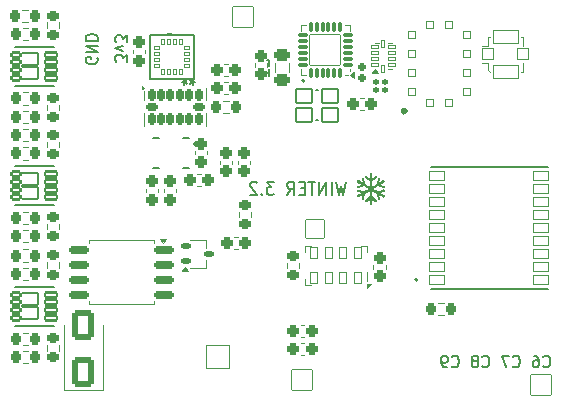
<source format=gbo>
G04 #@! TF.GenerationSoftware,KiCad,Pcbnew,8.0.1*
G04 #@! TF.CreationDate,2024-06-08T15:54:11-04:00*
G04 #@! TF.ProjectId,SAP Mk3.2,53415020-4d6b-4332-9e32-2e6b69636164,rev?*
G04 #@! TF.SameCoordinates,Original*
G04 #@! TF.FileFunction,Legend,Bot*
G04 #@! TF.FilePolarity,Positive*
%FSLAX46Y46*%
G04 Gerber Fmt 4.6, Leading zero omitted, Abs format (unit mm)*
G04 Created by KiCad (PCBNEW 8.0.1) date 2024-06-08 15:54:11*
%MOMM*%
%LPD*%
G01*
G04 APERTURE LIST*
G04 Aperture macros list*
%AMRoundRect*
0 Rectangle with rounded corners*
0 $1 Rounding radius*
0 $2 $3 $4 $5 $6 $7 $8 $9 X,Y pos of 4 corners*
0 Add a 4 corners polygon primitive as box body*
4,1,4,$2,$3,$4,$5,$6,$7,$8,$9,$2,$3,0*
0 Add four circle primitives for the rounded corners*
1,1,$1+$1,$2,$3*
1,1,$1+$1,$4,$5*
1,1,$1+$1,$6,$7*
1,1,$1+$1,$8,$9*
0 Add four rect primitives between the rounded corners*
20,1,$1+$1,$2,$3,$4,$5,0*
20,1,$1+$1,$4,$5,$6,$7,0*
20,1,$1+$1,$6,$7,$8,$9,0*
20,1,$1+$1,$8,$9,$2,$3,0*%
G04 Aperture macros list end*
%ADD10C,0.200000*%
%ADD11C,0.175000*%
%ADD12C,0.000000*%
%ADD13C,0.150000*%
%ADD14C,0.120000*%
%ADD15C,0.127000*%
%ADD16C,0.300000*%
%ADD17C,0.152400*%
%ADD18C,0.010000*%
%ADD19RoundRect,0.237750X-0.400250X0.237750X-0.400250X-0.237750X0.400250X-0.237750X0.400250X0.237750X0*%
%ADD20RoundRect,0.038000X1.100000X-1.100000X1.100000X1.100000X-1.100000X1.100000X-1.100000X-1.100000X0*%
%ADD21C,2.276000*%
%ADD22O,1.126000X1.976000*%
%ADD23RoundRect,0.038000X-0.850000X0.850000X-0.850000X-0.850000X0.850000X-0.850000X0.850000X0.850000X0*%
%ADD24O,1.776000X1.776000*%
%ADD25C,2.676000*%
%ADD26C,3.876000*%
%ADD27RoundRect,0.038000X-0.800000X-0.800000X0.800000X-0.800000X0.800000X0.800000X-0.800000X0.800000X0*%
%ADD28C,1.676000*%
%ADD29RoundRect,0.038000X0.952500X1.000000X-0.952500X1.000000X-0.952500X-1.000000X0.952500X-1.000000X0*%
%ADD30O,1.981000X2.076000*%
%ADD31RoundRect,0.219000X-0.294000X0.219000X-0.294000X-0.219000X0.294000X-0.219000X0.294000X0.219000X0*%
%ADD32RoundRect,0.244000X0.244000X0.269000X-0.244000X0.269000X-0.244000X-0.269000X0.244000X-0.269000X0*%
%ADD33RoundRect,0.131500X0.256500X-0.131500X0.256500X0.131500X-0.256500X0.131500X-0.256500X-0.131500X0*%
%ADD34RoundRect,0.119000X0.119000X-0.149000X0.119000X0.149000X-0.119000X0.149000X-0.119000X-0.149000X0*%
%ADD35RoundRect,0.038000X0.500000X-0.500000X0.500000X0.500000X-0.500000X0.500000X-0.500000X-0.500000X0*%
%ADD36RoundRect,0.038000X1.100000X-0.525000X1.100000X0.525000X-1.100000X0.525000X-1.100000X-0.525000X0*%
%ADD37RoundRect,0.219000X-0.219000X-0.294000X0.219000X-0.294000X0.219000X0.294000X-0.219000X0.294000X0*%
%ADD38RoundRect,0.244000X-0.244000X-0.269000X0.244000X-0.269000X0.244000X0.269000X-0.244000X0.269000X0*%
%ADD39RoundRect,0.244000X0.269000X-0.244000X0.269000X0.244000X-0.269000X0.244000X-0.269000X-0.244000X0*%
%ADD40RoundRect,0.038000X0.275000X-0.475000X0.275000X0.475000X-0.275000X0.475000X-0.275000X-0.475000X0*%
%ADD41RoundRect,0.102000X0.495000X0.205000X-0.495000X0.205000X-0.495000X-0.205000X0.495000X-0.205000X0*%
%ADD42RoundRect,0.102000X0.862500X0.495000X-0.862500X0.495000X-0.862500X-0.495000X0.862500X-0.495000X0*%
%ADD43RoundRect,0.102000X-0.380000X-0.205000X0.380000X-0.205000X0.380000X0.205000X-0.380000X0.205000X0*%
%ADD44RoundRect,0.219000X0.219000X0.294000X-0.219000X0.294000X-0.219000X-0.294000X0.219000X-0.294000X0*%
%ADD45RoundRect,0.081500X0.081500X-0.369000X0.081500X0.369000X-0.081500X0.369000X-0.081500X-0.369000X0*%
%ADD46RoundRect,0.081500X0.369000X-0.081500X0.369000X0.081500X-0.369000X0.081500X-0.369000X-0.081500X0*%
%ADD47RoundRect,0.038000X1.300000X-1.300000X1.300000X1.300000X-1.300000X1.300000X-1.300000X-1.300000X0*%
%ADD48RoundRect,0.219000X0.294000X-0.219000X0.294000X0.219000X-0.294000X0.219000X-0.294000X-0.219000X0*%
%ADD49RoundRect,0.260556X0.677444X-1.027444X0.677444X1.027444X-0.677444X1.027444X-0.677444X-1.027444X0*%
%ADD50RoundRect,0.038000X-0.300000X-0.300000X0.300000X-0.300000X0.300000X0.300000X-0.300000X0.300000X0*%
%ADD51RoundRect,0.244000X-0.269000X0.244000X-0.269000X-0.244000X0.269000X-0.244000X0.269000X0.244000X0*%
%ADD52RoundRect,0.166500X-0.191500X0.166500X-0.191500X-0.166500X0.191500X-0.166500X0.191500X0.166500X0*%
%ADD53RoundRect,0.038000X-0.152400X-0.228600X0.152400X-0.228600X0.152400X0.228600X-0.152400X0.228600X0*%
%ADD54RoundRect,0.038000X0.228600X-0.152400X0.228600X0.152400X-0.228600X0.152400X-0.228600X-0.152400X0*%
%ADD55RoundRect,0.169000X0.669000X0.169000X-0.669000X0.169000X-0.669000X-0.169000X0.669000X-0.169000X0*%
%ADD56RoundRect,0.038000X-0.647700X-0.419100X0.647700X-0.419100X0.647700X0.419100X-0.647700X0.419100X0*%
%ADD57RoundRect,0.169000X-0.169000X0.344000X-0.169000X-0.344000X0.169000X-0.344000X0.169000X0.344000X0*%
%ADD58RoundRect,0.169000X-0.344000X0.169000X-0.344000X-0.169000X0.344000X-0.169000X0.344000X0.169000X0*%
%ADD59RoundRect,0.102000X-0.700000X0.600000X-0.700000X-0.600000X0.700000X-0.600000X0.700000X0.600000X0*%
%ADD60RoundRect,0.038000X-0.300000X-0.150000X0.300000X-0.150000X0.300000X0.150000X-0.300000X0.150000X0*%
%ADD61RoundRect,0.038000X-0.150000X-0.312500X0.150000X-0.312500X0.150000X0.312500X-0.150000X0.312500X0*%
G04 APERTURE END LIST*
D10*
X93882780Y-51732707D02*
X93882780Y-51144612D01*
X93882780Y-51144612D02*
X93501828Y-51461279D01*
X93501828Y-51461279D02*
X93501828Y-51325564D01*
X93501828Y-51325564D02*
X93454209Y-51235088D01*
X93454209Y-51235088D02*
X93406590Y-51189850D01*
X93406590Y-51189850D02*
X93311352Y-51144612D01*
X93311352Y-51144612D02*
X93073257Y-51144612D01*
X93073257Y-51144612D02*
X92978019Y-51189850D01*
X92978019Y-51189850D02*
X92930400Y-51235088D01*
X92930400Y-51235088D02*
X92882780Y-51325564D01*
X92882780Y-51325564D02*
X92882780Y-51596993D01*
X92882780Y-51596993D02*
X92930400Y-51687469D01*
X92930400Y-51687469D02*
X92978019Y-51732707D01*
X93549447Y-50827945D02*
X92882780Y-50601755D01*
X92882780Y-50601755D02*
X93549447Y-50375564D01*
X93882780Y-50104135D02*
X93882780Y-49516040D01*
X93882780Y-49516040D02*
X93501828Y-49832707D01*
X93501828Y-49832707D02*
X93501828Y-49696992D01*
X93501828Y-49696992D02*
X93454209Y-49606516D01*
X93454209Y-49606516D02*
X93406590Y-49561278D01*
X93406590Y-49561278D02*
X93311352Y-49516040D01*
X93311352Y-49516040D02*
X93073257Y-49516040D01*
X93073257Y-49516040D02*
X92978019Y-49561278D01*
X92978019Y-49561278D02*
X92930400Y-49606516D01*
X92930400Y-49606516D02*
X92882780Y-49696992D01*
X92882780Y-49696992D02*
X92882780Y-49968421D01*
X92882780Y-49968421D02*
X92930400Y-50058897D01*
X92930400Y-50058897D02*
X92978019Y-50104135D01*
X91335161Y-51394612D02*
X91382780Y-51485088D01*
X91382780Y-51485088D02*
X91382780Y-51620802D01*
X91382780Y-51620802D02*
X91335161Y-51756517D01*
X91335161Y-51756517D02*
X91239923Y-51846993D01*
X91239923Y-51846993D02*
X91144685Y-51892231D01*
X91144685Y-51892231D02*
X90954209Y-51937469D01*
X90954209Y-51937469D02*
X90811352Y-51937469D01*
X90811352Y-51937469D02*
X90620876Y-51892231D01*
X90620876Y-51892231D02*
X90525638Y-51846993D01*
X90525638Y-51846993D02*
X90430400Y-51756517D01*
X90430400Y-51756517D02*
X90382780Y-51620802D01*
X90382780Y-51620802D02*
X90382780Y-51530326D01*
X90382780Y-51530326D02*
X90430400Y-51394612D01*
X90430400Y-51394612D02*
X90478019Y-51349374D01*
X90478019Y-51349374D02*
X90811352Y-51349374D01*
X90811352Y-51349374D02*
X90811352Y-51530326D01*
X90382780Y-50942231D02*
X91382780Y-50942231D01*
X91382780Y-50942231D02*
X90382780Y-50399374D01*
X90382780Y-50399374D02*
X91382780Y-50399374D01*
X90382780Y-49946993D02*
X91382780Y-49946993D01*
X91382780Y-49946993D02*
X91382780Y-49720803D01*
X91382780Y-49720803D02*
X91335161Y-49585088D01*
X91335161Y-49585088D02*
X91239923Y-49494612D01*
X91239923Y-49494612D02*
X91144685Y-49449374D01*
X91144685Y-49449374D02*
X90954209Y-49404136D01*
X90954209Y-49404136D02*
X90811352Y-49404136D01*
X90811352Y-49404136D02*
X90620876Y-49449374D01*
X90620876Y-49449374D02*
X90525638Y-49494612D01*
X90525638Y-49494612D02*
X90430400Y-49585088D01*
X90430400Y-49585088D02*
X90382780Y-49720803D01*
X90382780Y-49720803D02*
X90382780Y-49946993D01*
D11*
X129115821Y-77523280D02*
X129161059Y-77570900D01*
X129161059Y-77570900D02*
X129296773Y-77618519D01*
X129296773Y-77618519D02*
X129387249Y-77618519D01*
X129387249Y-77618519D02*
X129522964Y-77570900D01*
X129522964Y-77570900D02*
X129613440Y-77475661D01*
X129613440Y-77475661D02*
X129658678Y-77380423D01*
X129658678Y-77380423D02*
X129703916Y-77189947D01*
X129703916Y-77189947D02*
X129703916Y-77047090D01*
X129703916Y-77047090D02*
X129658678Y-76856614D01*
X129658678Y-76856614D02*
X129613440Y-76761376D01*
X129613440Y-76761376D02*
X129522964Y-76666138D01*
X129522964Y-76666138D02*
X129387249Y-76618519D01*
X129387249Y-76618519D02*
X129296773Y-76618519D01*
X129296773Y-76618519D02*
X129161059Y-76666138D01*
X129161059Y-76666138D02*
X129115821Y-76713757D01*
X128301535Y-76618519D02*
X128482488Y-76618519D01*
X128482488Y-76618519D02*
X128572964Y-76666138D01*
X128572964Y-76666138D02*
X128618202Y-76713757D01*
X128618202Y-76713757D02*
X128708678Y-76856614D01*
X128708678Y-76856614D02*
X128753916Y-77047090D01*
X128753916Y-77047090D02*
X128753916Y-77428042D01*
X128753916Y-77428042D02*
X128708678Y-77523280D01*
X128708678Y-77523280D02*
X128663440Y-77570900D01*
X128663440Y-77570900D02*
X128572964Y-77618519D01*
X128572964Y-77618519D02*
X128392011Y-77618519D01*
X128392011Y-77618519D02*
X128301535Y-77570900D01*
X128301535Y-77570900D02*
X128256297Y-77523280D01*
X128256297Y-77523280D02*
X128211059Y-77428042D01*
X128211059Y-77428042D02*
X128211059Y-77189947D01*
X128211059Y-77189947D02*
X128256297Y-77094709D01*
X128256297Y-77094709D02*
X128301535Y-77047090D01*
X128301535Y-77047090D02*
X128392011Y-76999471D01*
X128392011Y-76999471D02*
X128572964Y-76999471D01*
X128572964Y-76999471D02*
X128663440Y-77047090D01*
X128663440Y-77047090D02*
X128708678Y-77094709D01*
X128708678Y-77094709D02*
X128753916Y-77189947D01*
X126537249Y-77523280D02*
X126582487Y-77570900D01*
X126582487Y-77570900D02*
X126718201Y-77618519D01*
X126718201Y-77618519D02*
X126808677Y-77618519D01*
X126808677Y-77618519D02*
X126944392Y-77570900D01*
X126944392Y-77570900D02*
X127034868Y-77475661D01*
X127034868Y-77475661D02*
X127080106Y-77380423D01*
X127080106Y-77380423D02*
X127125344Y-77189947D01*
X127125344Y-77189947D02*
X127125344Y-77047090D01*
X127125344Y-77047090D02*
X127080106Y-76856614D01*
X127080106Y-76856614D02*
X127034868Y-76761376D01*
X127034868Y-76761376D02*
X126944392Y-76666138D01*
X126944392Y-76666138D02*
X126808677Y-76618519D01*
X126808677Y-76618519D02*
X126718201Y-76618519D01*
X126718201Y-76618519D02*
X126582487Y-76666138D01*
X126582487Y-76666138D02*
X126537249Y-76713757D01*
X126220582Y-76618519D02*
X125587249Y-76618519D01*
X125587249Y-76618519D02*
X125994392Y-77618519D01*
X123958677Y-77523280D02*
X124003915Y-77570900D01*
X124003915Y-77570900D02*
X124139629Y-77618519D01*
X124139629Y-77618519D02*
X124230105Y-77618519D01*
X124230105Y-77618519D02*
X124365820Y-77570900D01*
X124365820Y-77570900D02*
X124456296Y-77475661D01*
X124456296Y-77475661D02*
X124501534Y-77380423D01*
X124501534Y-77380423D02*
X124546772Y-77189947D01*
X124546772Y-77189947D02*
X124546772Y-77047090D01*
X124546772Y-77047090D02*
X124501534Y-76856614D01*
X124501534Y-76856614D02*
X124456296Y-76761376D01*
X124456296Y-76761376D02*
X124365820Y-76666138D01*
X124365820Y-76666138D02*
X124230105Y-76618519D01*
X124230105Y-76618519D02*
X124139629Y-76618519D01*
X124139629Y-76618519D02*
X124003915Y-76666138D01*
X124003915Y-76666138D02*
X123958677Y-76713757D01*
X123415820Y-77047090D02*
X123506296Y-76999471D01*
X123506296Y-76999471D02*
X123551534Y-76951852D01*
X123551534Y-76951852D02*
X123596772Y-76856614D01*
X123596772Y-76856614D02*
X123596772Y-76808995D01*
X123596772Y-76808995D02*
X123551534Y-76713757D01*
X123551534Y-76713757D02*
X123506296Y-76666138D01*
X123506296Y-76666138D02*
X123415820Y-76618519D01*
X123415820Y-76618519D02*
X123234867Y-76618519D01*
X123234867Y-76618519D02*
X123144391Y-76666138D01*
X123144391Y-76666138D02*
X123099153Y-76713757D01*
X123099153Y-76713757D02*
X123053915Y-76808995D01*
X123053915Y-76808995D02*
X123053915Y-76856614D01*
X123053915Y-76856614D02*
X123099153Y-76951852D01*
X123099153Y-76951852D02*
X123144391Y-76999471D01*
X123144391Y-76999471D02*
X123234867Y-77047090D01*
X123234867Y-77047090D02*
X123415820Y-77047090D01*
X123415820Y-77047090D02*
X123506296Y-77094709D01*
X123506296Y-77094709D02*
X123551534Y-77142328D01*
X123551534Y-77142328D02*
X123596772Y-77237566D01*
X123596772Y-77237566D02*
X123596772Y-77428042D01*
X123596772Y-77428042D02*
X123551534Y-77523280D01*
X123551534Y-77523280D02*
X123506296Y-77570900D01*
X123506296Y-77570900D02*
X123415820Y-77618519D01*
X123415820Y-77618519D02*
X123234867Y-77618519D01*
X123234867Y-77618519D02*
X123144391Y-77570900D01*
X123144391Y-77570900D02*
X123099153Y-77523280D01*
X123099153Y-77523280D02*
X123053915Y-77428042D01*
X123053915Y-77428042D02*
X123053915Y-77237566D01*
X123053915Y-77237566D02*
X123099153Y-77142328D01*
X123099153Y-77142328D02*
X123144391Y-77094709D01*
X123144391Y-77094709D02*
X123234867Y-77047090D01*
X121380105Y-77523280D02*
X121425343Y-77570900D01*
X121425343Y-77570900D02*
X121561057Y-77618519D01*
X121561057Y-77618519D02*
X121651533Y-77618519D01*
X121651533Y-77618519D02*
X121787248Y-77570900D01*
X121787248Y-77570900D02*
X121877724Y-77475661D01*
X121877724Y-77475661D02*
X121922962Y-77380423D01*
X121922962Y-77380423D02*
X121968200Y-77189947D01*
X121968200Y-77189947D02*
X121968200Y-77047090D01*
X121968200Y-77047090D02*
X121922962Y-76856614D01*
X121922962Y-76856614D02*
X121877724Y-76761376D01*
X121877724Y-76761376D02*
X121787248Y-76666138D01*
X121787248Y-76666138D02*
X121651533Y-76618519D01*
X121651533Y-76618519D02*
X121561057Y-76618519D01*
X121561057Y-76618519D02*
X121425343Y-76666138D01*
X121425343Y-76666138D02*
X121380105Y-76713757D01*
X120927724Y-77618519D02*
X120746772Y-77618519D01*
X120746772Y-77618519D02*
X120656295Y-77570900D01*
X120656295Y-77570900D02*
X120611057Y-77523280D01*
X120611057Y-77523280D02*
X120520581Y-77380423D01*
X120520581Y-77380423D02*
X120475343Y-77189947D01*
X120475343Y-77189947D02*
X120475343Y-76808995D01*
X120475343Y-76808995D02*
X120520581Y-76713757D01*
X120520581Y-76713757D02*
X120565819Y-76666138D01*
X120565819Y-76666138D02*
X120656295Y-76618519D01*
X120656295Y-76618519D02*
X120837248Y-76618519D01*
X120837248Y-76618519D02*
X120927724Y-76666138D01*
X120927724Y-76666138D02*
X120972962Y-76713757D01*
X120972962Y-76713757D02*
X121018200Y-76808995D01*
X121018200Y-76808995D02*
X121018200Y-77047090D01*
X121018200Y-77047090D02*
X120972962Y-77142328D01*
X120972962Y-77142328D02*
X120927724Y-77189947D01*
X120927724Y-77189947D02*
X120837248Y-77237566D01*
X120837248Y-77237566D02*
X120656295Y-77237566D01*
X120656295Y-77237566D02*
X120565819Y-77189947D01*
X120565819Y-77189947D02*
X120520581Y-77142328D01*
X120520581Y-77142328D02*
X120475343Y-77047090D01*
D12*
G36*
X114524546Y-61145471D02*
G01*
X114530139Y-61145879D01*
X114535651Y-61146552D01*
X114541075Y-61147483D01*
X114546403Y-61148665D01*
X114551630Y-61150091D01*
X114556747Y-61151755D01*
X114561748Y-61153650D01*
X114566627Y-61155769D01*
X114571376Y-61158106D01*
X114575988Y-61160654D01*
X114580457Y-61163407D01*
X114584775Y-61166358D01*
X114588935Y-61169500D01*
X114592931Y-61172826D01*
X114596756Y-61176330D01*
X114600403Y-61180006D01*
X114603865Y-61183846D01*
X114607134Y-61187844D01*
X114610205Y-61191993D01*
X114613069Y-61196287D01*
X114615721Y-61200719D01*
X114618153Y-61205283D01*
X114620359Y-61209971D01*
X114622331Y-61214777D01*
X114624062Y-61219694D01*
X114625546Y-61224716D01*
X114626776Y-61229837D01*
X114627745Y-61235049D01*
X114628445Y-61240345D01*
X114628870Y-61245720D01*
X114629014Y-61251166D01*
X114629014Y-61659048D01*
X114833505Y-61413197D01*
X114837402Y-61409242D01*
X114841460Y-61405521D01*
X114845668Y-61402034D01*
X114850015Y-61398783D01*
X114854494Y-61395768D01*
X114859093Y-61392989D01*
X114863803Y-61390447D01*
X114868615Y-61388143D01*
X114873518Y-61386076D01*
X114878502Y-61384247D01*
X114883559Y-61382658D01*
X114888677Y-61381307D01*
X114893848Y-61380197D01*
X114899062Y-61379326D01*
X114904308Y-61378697D01*
X114909578Y-61378309D01*
X114914860Y-61378163D01*
X114920147Y-61378259D01*
X114925427Y-61378598D01*
X114930690Y-61379181D01*
X114935929Y-61380007D01*
X114941131Y-61381078D01*
X114946288Y-61382393D01*
X114951390Y-61383954D01*
X114956427Y-61385761D01*
X114961389Y-61387814D01*
X114966267Y-61390114D01*
X114971051Y-61392661D01*
X114975731Y-61395456D01*
X114980297Y-61398500D01*
X114984739Y-61401792D01*
X114989048Y-61405334D01*
X114993165Y-61409079D01*
X114997039Y-61412978D01*
X115000667Y-61417022D01*
X115004051Y-61421200D01*
X115007189Y-61425504D01*
X115010082Y-61429923D01*
X115012727Y-61434450D01*
X115015126Y-61439073D01*
X115017277Y-61443785D01*
X115019180Y-61448575D01*
X115020834Y-61453434D01*
X115022239Y-61458352D01*
X115023394Y-61463321D01*
X115024300Y-61468331D01*
X115024955Y-61473373D01*
X115025358Y-61478436D01*
X115025510Y-61483512D01*
X115025410Y-61488592D01*
X115025057Y-61493665D01*
X115024451Y-61498724D01*
X115023591Y-61503757D01*
X115022476Y-61508756D01*
X115021108Y-61513711D01*
X115019483Y-61518613D01*
X115017604Y-61523453D01*
X115015467Y-61528222D01*
X115013074Y-61532909D01*
X115010424Y-61537505D01*
X115007516Y-61542001D01*
X115004349Y-61546388D01*
X115000924Y-61550657D01*
X114997240Y-61554797D01*
X114629019Y-61865000D01*
X114629019Y-62308711D01*
X115012257Y-62086853D01*
X115096067Y-61612005D01*
X115097800Y-61606735D01*
X115099774Y-61601627D01*
X115101979Y-61596684D01*
X115104409Y-61591910D01*
X115107053Y-61587310D01*
X115109905Y-61582889D01*
X115112955Y-61578650D01*
X115116195Y-61574597D01*
X115119617Y-61570736D01*
X115123212Y-61567069D01*
X115126972Y-61563602D01*
X115130889Y-61560339D01*
X115134955Y-61557283D01*
X115139160Y-61554440D01*
X115143497Y-61551813D01*
X115147957Y-61549407D01*
X115152532Y-61547225D01*
X115157213Y-61545273D01*
X115161993Y-61543554D01*
X115166862Y-61542073D01*
X115171813Y-61540834D01*
X115176836Y-61539841D01*
X115181925Y-61539098D01*
X115187069Y-61538610D01*
X115192262Y-61538381D01*
X115197494Y-61538415D01*
X115202757Y-61538716D01*
X115208043Y-61539289D01*
X115213343Y-61540138D01*
X115218650Y-61541267D01*
X115223954Y-61542681D01*
X115229248Y-61544383D01*
X115234461Y-61546354D01*
X115239525Y-61548566D01*
X115244436Y-61551010D01*
X115249190Y-61553676D01*
X115253781Y-61556557D01*
X115258207Y-61559643D01*
X115262461Y-61562926D01*
X115266540Y-61566397D01*
X115270439Y-61570047D01*
X115274153Y-61573867D01*
X115277679Y-61577849D01*
X115281012Y-61581985D01*
X115284147Y-61586264D01*
X115287079Y-61590680D01*
X115289806Y-61595222D01*
X115292321Y-61599882D01*
X115294621Y-61604651D01*
X115296700Y-61609522D01*
X115298556Y-61614484D01*
X115300182Y-61619529D01*
X115301575Y-61624649D01*
X115302730Y-61629835D01*
X115303643Y-61635077D01*
X115304310Y-61640368D01*
X115304725Y-61645698D01*
X115304884Y-61651060D01*
X115304784Y-61656443D01*
X115304419Y-61661839D01*
X115303785Y-61667241D01*
X115302878Y-61672638D01*
X115301692Y-61678022D01*
X115300225Y-61683384D01*
X115190131Y-61983882D01*
X115542419Y-61779941D01*
X115547194Y-61777343D01*
X115552049Y-61775025D01*
X115556974Y-61772986D01*
X115561959Y-61771221D01*
X115566996Y-61769729D01*
X115572076Y-61768507D01*
X115577189Y-61767552D01*
X115582325Y-61766862D01*
X115587477Y-61766433D01*
X115592634Y-61766264D01*
X115597788Y-61766351D01*
X115602929Y-61766691D01*
X115608048Y-61767283D01*
X115613135Y-61768123D01*
X115618183Y-61769209D01*
X115623180Y-61770538D01*
X115628119Y-61772107D01*
X115632990Y-61773914D01*
X115637784Y-61775956D01*
X115642491Y-61778231D01*
X115647103Y-61780735D01*
X115651610Y-61783465D01*
X115656003Y-61786421D01*
X115660273Y-61789597D01*
X115664410Y-61792993D01*
X115668406Y-61796605D01*
X115672251Y-61800430D01*
X115675936Y-61804466D01*
X115679452Y-61808711D01*
X115682789Y-61813161D01*
X115685939Y-61817813D01*
X115688892Y-61822666D01*
X115691607Y-61827657D01*
X115694051Y-61832718D01*
X115696226Y-61837841D01*
X115698134Y-61843016D01*
X115699778Y-61848235D01*
X115701160Y-61853486D01*
X115702281Y-61858762D01*
X115703146Y-61864053D01*
X115703754Y-61869349D01*
X115704110Y-61874641D01*
X115704215Y-61879921D01*
X115704072Y-61885178D01*
X115703683Y-61890403D01*
X115703049Y-61895587D01*
X115702175Y-61900720D01*
X115701060Y-61905794D01*
X115699709Y-61910798D01*
X115698123Y-61915724D01*
X115696305Y-61920563D01*
X115694257Y-61925304D01*
X115691980Y-61929939D01*
X115689478Y-61934458D01*
X115686753Y-61938851D01*
X115683807Y-61943111D01*
X115680642Y-61947226D01*
X115677260Y-61951189D01*
X115673665Y-61954989D01*
X115669857Y-61958617D01*
X115665840Y-61962064D01*
X115661616Y-61965320D01*
X115657187Y-61968377D01*
X115652554Y-61971225D01*
X115300272Y-62175165D01*
X115614851Y-62229812D01*
X115620216Y-62231219D01*
X115625459Y-62232882D01*
X115630574Y-62234792D01*
X115635556Y-62236942D01*
X115640400Y-62239324D01*
X115645100Y-62241928D01*
X115649651Y-62244747D01*
X115654047Y-62247773D01*
X115658284Y-62250997D01*
X115662355Y-62254411D01*
X115666257Y-62258007D01*
X115669982Y-62261776D01*
X115673527Y-62265711D01*
X115676886Y-62269804D01*
X115680052Y-62274045D01*
X115683022Y-62278426D01*
X115685790Y-62282941D01*
X115688350Y-62287579D01*
X115690697Y-62292333D01*
X115692826Y-62297195D01*
X115694732Y-62302157D01*
X115696408Y-62307210D01*
X115697851Y-62312346D01*
X115699054Y-62317556D01*
X115700012Y-62322834D01*
X115700720Y-62328169D01*
X115701172Y-62333555D01*
X115701364Y-62338982D01*
X115701290Y-62344443D01*
X115700944Y-62349929D01*
X115700322Y-62355433D01*
X115699417Y-62360945D01*
X115698241Y-62366394D01*
X115696810Y-62371707D01*
X115695132Y-62376880D01*
X115693216Y-62381907D01*
X115691068Y-62386784D01*
X115688697Y-62391506D01*
X115686111Y-62396066D01*
X115683317Y-62400461D01*
X115680323Y-62404685D01*
X115677137Y-62408732D01*
X115673768Y-62412598D01*
X115670222Y-62416278D01*
X115666509Y-62419766D01*
X115662634Y-62423057D01*
X115658608Y-62426146D01*
X115654436Y-62429028D01*
X115650128Y-62431699D01*
X115645690Y-62434151D01*
X115641132Y-62436382D01*
X115636460Y-62438384D01*
X115631683Y-62440154D01*
X115626808Y-62441686D01*
X115621844Y-62442975D01*
X115616798Y-62444016D01*
X115611677Y-62444803D01*
X115606491Y-62445332D01*
X115601246Y-62445598D01*
X115595951Y-62445595D01*
X115590613Y-62445318D01*
X115585241Y-62444761D01*
X115579841Y-62443921D01*
X115574423Y-62442791D01*
X115122393Y-62278141D01*
X114687757Y-62500000D01*
X115122387Y-62721863D01*
X115574417Y-62557213D01*
X115579835Y-62556083D01*
X115585234Y-62555243D01*
X115590606Y-62554687D01*
X115595944Y-62554410D01*
X115601239Y-62554407D01*
X115606483Y-62554672D01*
X115611669Y-62555201D01*
X115616789Y-62555989D01*
X115621835Y-62557029D01*
X115626800Y-62558318D01*
X115631674Y-62559850D01*
X115636451Y-62561620D01*
X115641123Y-62563623D01*
X115645681Y-62565853D01*
X115650119Y-62568306D01*
X115654427Y-62570976D01*
X115658598Y-62573858D01*
X115662625Y-62576948D01*
X115666500Y-62580239D01*
X115670213Y-62583727D01*
X115673759Y-62587406D01*
X115677129Y-62591272D01*
X115680314Y-62595320D01*
X115683308Y-62599543D01*
X115686103Y-62603938D01*
X115688689Y-62608499D01*
X115691061Y-62613220D01*
X115693209Y-62618097D01*
X115695126Y-62623125D01*
X115696804Y-62628298D01*
X115698235Y-62633611D01*
X115699412Y-62639059D01*
X115700263Y-62644191D01*
X115700868Y-62649315D01*
X115701234Y-62654426D01*
X115701363Y-62659516D01*
X115701260Y-62664580D01*
X115700930Y-62669610D01*
X115700376Y-62674599D01*
X115699604Y-62679542D01*
X115698617Y-62684431D01*
X115697419Y-62689259D01*
X115696015Y-62694020D01*
X115694410Y-62698708D01*
X115692607Y-62703315D01*
X115690611Y-62707835D01*
X115688426Y-62712262D01*
X115686056Y-62716587D01*
X115683111Y-62721423D01*
X115679936Y-62726108D01*
X115676536Y-62730632D01*
X115672919Y-62734984D01*
X115669089Y-62739154D01*
X115665054Y-62743134D01*
X115660821Y-62746912D01*
X115656395Y-62750478D01*
X115651784Y-62753823D01*
X115646993Y-62756936D01*
X115642029Y-62759808D01*
X115636899Y-62762428D01*
X115631608Y-62764787D01*
X115626164Y-62766873D01*
X115620573Y-62768679D01*
X115614841Y-62770192D01*
X115300262Y-62824839D01*
X115652549Y-63028780D01*
X115657182Y-63031627D01*
X115661611Y-63034683D01*
X115665836Y-63037939D01*
X115669853Y-63041386D01*
X115673661Y-63045014D01*
X115677257Y-63048813D01*
X115680638Y-63052775D01*
X115683804Y-63056891D01*
X115686750Y-63061150D01*
X115689475Y-63065543D01*
X115691977Y-63070062D01*
X115694253Y-63074696D01*
X115696302Y-63079437D01*
X115698120Y-63084275D01*
X115699705Y-63089201D01*
X115701056Y-63094205D01*
X115702170Y-63099279D01*
X115703045Y-63104412D01*
X115703678Y-63109596D01*
X115704067Y-63114821D01*
X115704210Y-63120077D01*
X115704104Y-63125356D01*
X115703748Y-63130648D01*
X115703139Y-63135944D01*
X115702274Y-63141235D01*
X115701152Y-63146510D01*
X115699770Y-63151762D01*
X115698126Y-63156979D01*
X115696217Y-63162154D01*
X115694042Y-63167277D01*
X115691597Y-63172338D01*
X115688882Y-63177328D01*
X115685929Y-63182180D01*
X115682780Y-63186833D01*
X115679443Y-63191283D01*
X115675927Y-63195528D01*
X115672242Y-63199564D01*
X115668398Y-63203390D01*
X115664402Y-63207002D01*
X115660265Y-63210397D01*
X115655995Y-63213574D01*
X115651602Y-63216529D01*
X115647095Y-63219261D01*
X115642483Y-63221765D01*
X115637776Y-63224039D01*
X115632982Y-63226081D01*
X115628111Y-63227888D01*
X115623172Y-63229458D01*
X115618174Y-63230787D01*
X115613126Y-63231873D01*
X115608039Y-63232713D01*
X115602920Y-63233305D01*
X115597778Y-63233646D01*
X115592625Y-63233733D01*
X115587467Y-63233563D01*
X115582315Y-63233134D01*
X115577179Y-63232444D01*
X115572066Y-63231489D01*
X115566986Y-63230266D01*
X115561949Y-63228774D01*
X115556963Y-63227009D01*
X115552038Y-63224969D01*
X115547184Y-63222651D01*
X115542408Y-63220053D01*
X115190121Y-63016112D01*
X115300214Y-63316609D01*
X115301682Y-63321972D01*
X115302868Y-63327355D01*
X115303775Y-63332752D01*
X115304410Y-63338153D01*
X115304775Y-63343549D01*
X115304875Y-63348932D01*
X115304716Y-63354293D01*
X115304301Y-63359623D01*
X115303634Y-63364914D01*
X115302721Y-63370157D01*
X115301566Y-63375342D01*
X115300173Y-63380462D01*
X115298546Y-63385508D01*
X115296691Y-63390470D01*
X115294611Y-63395340D01*
X115292311Y-63400110D01*
X115289796Y-63404770D01*
X115287069Y-63409313D01*
X115284136Y-63413728D01*
X115281001Y-63418008D01*
X115277669Y-63422143D01*
X115274143Y-63426126D01*
X115270429Y-63429946D01*
X115266530Y-63433597D01*
X115262451Y-63437067D01*
X115258197Y-63440350D01*
X115253773Y-63443437D01*
X115249181Y-63446317D01*
X115244428Y-63448984D01*
X115239518Y-63451427D01*
X115234454Y-63453639D01*
X115229242Y-63455611D01*
X115223949Y-63457313D01*
X115218644Y-63458727D01*
X115213338Y-63459856D01*
X115208038Y-63460705D01*
X115202752Y-63461278D01*
X115197488Y-63461579D01*
X115192256Y-63461613D01*
X115187064Y-63461384D01*
X115181919Y-63460896D01*
X115176831Y-63460153D01*
X115171807Y-63459160D01*
X115166857Y-63457921D01*
X115161988Y-63456440D01*
X115157208Y-63454721D01*
X115152527Y-63452769D01*
X115147952Y-63450587D01*
X115143492Y-63448181D01*
X115139155Y-63445554D01*
X115134949Y-63442711D01*
X115130884Y-63439655D01*
X115126967Y-63436392D01*
X115123207Y-63432925D01*
X115119611Y-63429258D01*
X115116189Y-63425397D01*
X115112949Y-63421344D01*
X115109899Y-63417105D01*
X115107048Y-63412684D01*
X115104403Y-63408084D01*
X115101974Y-63403310D01*
X115099768Y-63398367D01*
X115097795Y-63393259D01*
X115096061Y-63387989D01*
X115012252Y-62913136D01*
X114629014Y-62691278D01*
X114629014Y-63135000D01*
X114997240Y-63445202D01*
X115000924Y-63449342D01*
X115004350Y-63453611D01*
X115007516Y-63457998D01*
X115010424Y-63462494D01*
X115013074Y-63467090D01*
X115015467Y-63471777D01*
X115017604Y-63476545D01*
X115019484Y-63481385D01*
X115021108Y-63486287D01*
X115022477Y-63491242D01*
X115023591Y-63496241D01*
X115024451Y-63501274D01*
X115025057Y-63506332D01*
X115025410Y-63511405D01*
X115025510Y-63516485D01*
X115025358Y-63521561D01*
X115024955Y-63526624D01*
X115024300Y-63531666D01*
X115023395Y-63536676D01*
X115022239Y-63541644D01*
X115020834Y-63546563D01*
X115019180Y-63551422D01*
X115017277Y-63556212D01*
X115015126Y-63560924D01*
X115012727Y-63565547D01*
X115010082Y-63570074D01*
X115007190Y-63574494D01*
X115004051Y-63578798D01*
X115000668Y-63582976D01*
X114997039Y-63587020D01*
X114993166Y-63590919D01*
X114989048Y-63594665D01*
X114985041Y-63597970D01*
X114980918Y-63601059D01*
X114976687Y-63603932D01*
X114972355Y-63606590D01*
X114967930Y-63609033D01*
X114963421Y-63611261D01*
X114958834Y-63613275D01*
X114954179Y-63615075D01*
X114949463Y-63616663D01*
X114944694Y-63618037D01*
X114939880Y-63619198D01*
X114935029Y-63620148D01*
X114930148Y-63620886D01*
X114925246Y-63621412D01*
X114920330Y-63621728D01*
X114915409Y-63621833D01*
X114909761Y-63621695D01*
X114904128Y-63621280D01*
X114898522Y-63620590D01*
X114892955Y-63619625D01*
X114887438Y-63618385D01*
X114881984Y-63616871D01*
X114876605Y-63615084D01*
X114871312Y-63613024D01*
X114866117Y-63610692D01*
X114861032Y-63608089D01*
X114856070Y-63605214D01*
X114851241Y-63602069D01*
X114846559Y-63598654D01*
X114842034Y-63594970D01*
X114837679Y-63591018D01*
X114833505Y-63586797D01*
X114629014Y-63340946D01*
X114629014Y-63748833D01*
X114628870Y-63754279D01*
X114628445Y-63759654D01*
X114627745Y-63764951D01*
X114626776Y-63770162D01*
X114625546Y-63775283D01*
X114624062Y-63780305D01*
X114622331Y-63785223D01*
X114620359Y-63790029D01*
X114618153Y-63794717D01*
X114615721Y-63799280D01*
X114613069Y-63803712D01*
X114610205Y-63808006D01*
X114607134Y-63812155D01*
X114603865Y-63816153D01*
X114600403Y-63819993D01*
X114596756Y-63823669D01*
X114592931Y-63827173D01*
X114588935Y-63830500D01*
X114584775Y-63833641D01*
X114580457Y-63836592D01*
X114575988Y-63839345D01*
X114571376Y-63841893D01*
X114566627Y-63844230D01*
X114561749Y-63846350D01*
X114556747Y-63848244D01*
X114551630Y-63849908D01*
X114546403Y-63851334D01*
X114541075Y-63852516D01*
X114535651Y-63853447D01*
X114530139Y-63854120D01*
X114524546Y-63854528D01*
X114518878Y-63854666D01*
X114513210Y-63854528D01*
X114507617Y-63854120D01*
X114502105Y-63853447D01*
X114496682Y-63852516D01*
X114491353Y-63851334D01*
X114486127Y-63849908D01*
X114481009Y-63848244D01*
X114476008Y-63846350D01*
X114471129Y-63844230D01*
X114466380Y-63841893D01*
X114461768Y-63839345D01*
X114457300Y-63836592D01*
X114452982Y-63833641D01*
X114448821Y-63830500D01*
X114444825Y-63827173D01*
X114441000Y-63823669D01*
X114437353Y-63819993D01*
X114433892Y-63816153D01*
X114430622Y-63812155D01*
X114427552Y-63808006D01*
X114424687Y-63803712D01*
X114422035Y-63799280D01*
X114419603Y-63794717D01*
X114417398Y-63790029D01*
X114415426Y-63785223D01*
X114413694Y-63780305D01*
X114412210Y-63775283D01*
X114410980Y-63770162D01*
X114410012Y-63764951D01*
X114409311Y-63759654D01*
X114408886Y-63754279D01*
X114408743Y-63748833D01*
X114408743Y-63340946D01*
X114204252Y-63586797D01*
X114200354Y-63590753D01*
X114196296Y-63594474D01*
X114192089Y-63597961D01*
X114187741Y-63601212D01*
X114183262Y-63604227D01*
X114178663Y-63607006D01*
X114173952Y-63609548D01*
X114169141Y-63611852D01*
X114164238Y-63613919D01*
X114159253Y-63615747D01*
X114154196Y-63617336D01*
X114149078Y-63618687D01*
X114143906Y-63619797D01*
X114138693Y-63620667D01*
X114133446Y-63621296D01*
X114128177Y-63621683D01*
X114122894Y-63621829D01*
X114117608Y-63621733D01*
X114112328Y-63621394D01*
X114107064Y-63620811D01*
X114101826Y-63619985D01*
X114096623Y-63618914D01*
X114091466Y-63617599D01*
X114086364Y-63616038D01*
X114081327Y-63614232D01*
X114076365Y-63612180D01*
X114071487Y-63609880D01*
X114066704Y-63607334D01*
X114062024Y-63604539D01*
X114057459Y-63601497D01*
X114053017Y-63598206D01*
X114048708Y-63594665D01*
X114044592Y-63590919D01*
X114040719Y-63587020D01*
X114037090Y-63582976D01*
X114033707Y-63578798D01*
X114030569Y-63574494D01*
X114027677Y-63570074D01*
X114025031Y-63565547D01*
X114022633Y-63560924D01*
X114020482Y-63556212D01*
X114018579Y-63551422D01*
X114016925Y-63546563D01*
X114015520Y-63541645D01*
X114014365Y-63536676D01*
X114013459Y-63531666D01*
X114012804Y-63526624D01*
X114012401Y-63521561D01*
X114012249Y-63516485D01*
X114012349Y-63511406D01*
X114012702Y-63506332D01*
X114013309Y-63501274D01*
X114014169Y-63496241D01*
X114015283Y-63491242D01*
X114016652Y-63486287D01*
X114018276Y-63481385D01*
X114020156Y-63476545D01*
X114022292Y-63471777D01*
X114024686Y-63467090D01*
X114027336Y-63462494D01*
X114030245Y-63457998D01*
X114033411Y-63453611D01*
X114036837Y-63449343D01*
X114040522Y-63445202D01*
X114408743Y-63135000D01*
X114408743Y-62691278D01*
X114025504Y-62913136D01*
X113941695Y-63387989D01*
X113939962Y-63393259D01*
X113937988Y-63398367D01*
X113935782Y-63403310D01*
X113933353Y-63408084D01*
X113930709Y-63412684D01*
X113927857Y-63417105D01*
X113924807Y-63421344D01*
X113921567Y-63425397D01*
X113918145Y-63429258D01*
X113914550Y-63432925D01*
X113910789Y-63436392D01*
X113906872Y-63439655D01*
X113902807Y-63442711D01*
X113898601Y-63445554D01*
X113894264Y-63448181D01*
X113889804Y-63450587D01*
X113885229Y-63452769D01*
X113880548Y-63454721D01*
X113875768Y-63456440D01*
X113870898Y-63457921D01*
X113865948Y-63459160D01*
X113860924Y-63460153D01*
X113855835Y-63460896D01*
X113850690Y-63461384D01*
X113845498Y-63461613D01*
X113840265Y-63461579D01*
X113835002Y-63461278D01*
X113829715Y-63460705D01*
X113824415Y-63459856D01*
X113819108Y-63458727D01*
X113813803Y-63457313D01*
X113808509Y-63455611D01*
X113803652Y-63453785D01*
X113798923Y-63451749D01*
X113794326Y-63449511D01*
X113789865Y-63447078D01*
X113785543Y-63444458D01*
X113781364Y-63441656D01*
X113777331Y-63438681D01*
X113773448Y-63435539D01*
X113769720Y-63432237D01*
X113766148Y-63428782D01*
X113762738Y-63425183D01*
X113759492Y-63421445D01*
X113756414Y-63417575D01*
X113753508Y-63413582D01*
X113750778Y-63409471D01*
X113748226Y-63405250D01*
X113745522Y-63400277D01*
X113743064Y-63395178D01*
X113740857Y-63389965D01*
X113738907Y-63384648D01*
X113737220Y-63379237D01*
X113735801Y-63373744D01*
X113734655Y-63368179D01*
X113733787Y-63362553D01*
X113733204Y-63356876D01*
X113732911Y-63351159D01*
X113732913Y-63345412D01*
X113733215Y-63339647D01*
X113733823Y-63333873D01*
X113734742Y-63328102D01*
X113735979Y-63322344D01*
X113737537Y-63316610D01*
X113847630Y-63016117D01*
X113495343Y-63220058D01*
X113490568Y-63222657D01*
X113485713Y-63224975D01*
X113480788Y-63227015D01*
X113475803Y-63228780D01*
X113470766Y-63230272D01*
X113465686Y-63231494D01*
X113460573Y-63232449D01*
X113455437Y-63233140D01*
X113450285Y-63233568D01*
X113445128Y-63233738D01*
X113439974Y-63233651D01*
X113434833Y-63233310D01*
X113429714Y-63232718D01*
X113424627Y-63231878D01*
X113419579Y-63230792D01*
X113414582Y-63229463D01*
X113409643Y-63227894D01*
X113404772Y-63226086D01*
X113399978Y-63224044D01*
X113395271Y-63221770D01*
X113390659Y-63219266D01*
X113386152Y-63216535D01*
X113381759Y-63213579D01*
X113377489Y-63210403D01*
X113373352Y-63207007D01*
X113369356Y-63203395D01*
X113365511Y-63199569D01*
X113361826Y-63195533D01*
X113358310Y-63191288D01*
X113354972Y-63186838D01*
X113351823Y-63182186D01*
X113348870Y-63177333D01*
X113346155Y-63172342D01*
X113343711Y-63167281D01*
X113341536Y-63162158D01*
X113339628Y-63156983D01*
X113337984Y-63151765D01*
X113336602Y-63146513D01*
X113335480Y-63141237D01*
X113334616Y-63135946D01*
X113334007Y-63130650D01*
X113333651Y-63125358D01*
X113333546Y-63120078D01*
X113333689Y-63114822D01*
X113334078Y-63109597D01*
X113334712Y-63104413D01*
X113335586Y-63099279D01*
X113336700Y-63094205D01*
X113338051Y-63089201D01*
X113339637Y-63084275D01*
X113341455Y-63079436D01*
X113343503Y-63074695D01*
X113345779Y-63070061D01*
X113348280Y-63065542D01*
X113351005Y-63061148D01*
X113353951Y-63056889D01*
X113357115Y-63052773D01*
X113360496Y-63048811D01*
X113364091Y-63045011D01*
X113367898Y-63041383D01*
X113371914Y-63037936D01*
X113376137Y-63034679D01*
X113380566Y-63031622D01*
X113385197Y-63028775D01*
X113737484Y-62824834D01*
X113422900Y-62770182D01*
X113417535Y-62768775D01*
X113412292Y-62767112D01*
X113407177Y-62765202D01*
X113402195Y-62763051D01*
X113397352Y-62760670D01*
X113392652Y-62758065D01*
X113388102Y-62755246D01*
X113383706Y-62752220D01*
X113379469Y-62748996D01*
X113375398Y-62745581D01*
X113371497Y-62741985D01*
X113367772Y-62738215D01*
X113364227Y-62734280D01*
X113360869Y-62730187D01*
X113357702Y-62725946D01*
X113354733Y-62721564D01*
X113351965Y-62717049D01*
X113349406Y-62712411D01*
X113347059Y-62707656D01*
X113344930Y-62702794D01*
X113343024Y-62697832D01*
X113341348Y-62692780D01*
X113339905Y-62687644D01*
X113338702Y-62682433D01*
X113337744Y-62677156D01*
X113337035Y-62671821D01*
X113336582Y-62666436D01*
X113336390Y-62661009D01*
X113336464Y-62655549D01*
X113336809Y-62650063D01*
X113337430Y-62644560D01*
X113338334Y-62639049D01*
X113339511Y-62633601D01*
X113340943Y-62628288D01*
X113342621Y-62623116D01*
X113344539Y-62618089D01*
X113346687Y-62613212D01*
X113349059Y-62608491D01*
X113351646Y-62603931D01*
X113354440Y-62599536D01*
X113357434Y-62595313D01*
X113360620Y-62591266D01*
X113363989Y-62587400D01*
X113367535Y-62583720D01*
X113371249Y-62580232D01*
X113375123Y-62576941D01*
X113379150Y-62573852D01*
X113383322Y-62570970D01*
X113387630Y-62568300D01*
X113392067Y-62565848D01*
X113396626Y-62563617D01*
X113401297Y-62561615D01*
X113406074Y-62559845D01*
X113410949Y-62558313D01*
X113415913Y-62557024D01*
X113420960Y-62555983D01*
X113426080Y-62555196D01*
X113431266Y-62554667D01*
X113436511Y-62554401D01*
X113441806Y-62554405D01*
X113447144Y-62554682D01*
X113452516Y-62555238D01*
X113457915Y-62556078D01*
X113463334Y-62557208D01*
X113915364Y-62721858D01*
X114350000Y-62500000D01*
X113915369Y-62278146D01*
X113463344Y-62442797D01*
X113457926Y-62443926D01*
X113452527Y-62444767D01*
X113447154Y-62445323D01*
X113441816Y-62445600D01*
X113436521Y-62445603D01*
X113431276Y-62445338D01*
X113426090Y-62444809D01*
X113420969Y-62444021D01*
X113415923Y-62442980D01*
X113410959Y-62441691D01*
X113406084Y-62440159D01*
X113401307Y-62438390D01*
X113396635Y-62436387D01*
X113392076Y-62434157D01*
X113387639Y-62431704D01*
X113383330Y-62429034D01*
X113379159Y-62426152D01*
X113375132Y-62423063D01*
X113371257Y-62419772D01*
X113367543Y-62416284D01*
X113363998Y-62412605D01*
X113360628Y-62408739D01*
X113357442Y-62404692D01*
X113354448Y-62400468D01*
X113351654Y-62396074D01*
X113349067Y-62391514D01*
X113346696Y-62386793D01*
X113344548Y-62381916D01*
X113342631Y-62376889D01*
X113340953Y-62371716D01*
X113339521Y-62366404D01*
X113338345Y-62360956D01*
X113337441Y-62355443D01*
X113336819Y-62349940D01*
X113336474Y-62344454D01*
X113336401Y-62338993D01*
X113336593Y-62333565D01*
X113337046Y-62328180D01*
X113337754Y-62322844D01*
X113338713Y-62317567D01*
X113339916Y-62312356D01*
X113341358Y-62307220D01*
X113343035Y-62302167D01*
X113344940Y-62297206D01*
X113347069Y-62292344D01*
X113349416Y-62287589D01*
X113351976Y-62282951D01*
X113354743Y-62278437D01*
X113357713Y-62274055D01*
X113360880Y-62269814D01*
X113364238Y-62265722D01*
X113367782Y-62261787D01*
X113371508Y-62258017D01*
X113375409Y-62254421D01*
X113379480Y-62251007D01*
X113383716Y-62247783D01*
X113388112Y-62244757D01*
X113392663Y-62241938D01*
X113397362Y-62239334D01*
X113402206Y-62236953D01*
X113407188Y-62234803D01*
X113412303Y-62232892D01*
X113417545Y-62231230D01*
X113422911Y-62229823D01*
X113737495Y-62175171D01*
X113385208Y-61971230D01*
X113380575Y-61968382D01*
X113376146Y-61965325D01*
X113371922Y-61962069D01*
X113367905Y-61958622D01*
X113364098Y-61954994D01*
X113360502Y-61951194D01*
X113357121Y-61947231D01*
X113353956Y-61943116D01*
X113351010Y-61938857D01*
X113348285Y-61934463D01*
X113345783Y-61929944D01*
X113343507Y-61925309D01*
X113341458Y-61920568D01*
X113339640Y-61915730D01*
X113338055Y-61910804D01*
X113336704Y-61905799D01*
X113335589Y-61900725D01*
X113334715Y-61895592D01*
X113334082Y-61890408D01*
X113333692Y-61885183D01*
X113333549Y-61879926D01*
X113333654Y-61874647D01*
X113334010Y-61869354D01*
X113334619Y-61864058D01*
X113335483Y-61858767D01*
X113336604Y-61853491D01*
X113337986Y-61848240D01*
X113339629Y-61843022D01*
X113341537Y-61837847D01*
X113343712Y-61832724D01*
X113346155Y-61827662D01*
X113348870Y-61822672D01*
X113351822Y-61817819D01*
X113354972Y-61813166D01*
X113358309Y-61808716D01*
X113361824Y-61804471D01*
X113365509Y-61800435D01*
X113369354Y-61796610D01*
X113373350Y-61792998D01*
X113377487Y-61789602D01*
X113381757Y-61786425D01*
X113386149Y-61783470D01*
X113390656Y-61780739D01*
X113395268Y-61778235D01*
X113399976Y-61775960D01*
X113404770Y-61773918D01*
X113409641Y-61772111D01*
X113414580Y-61770541D01*
X113419578Y-61769212D01*
X113424625Y-61768126D01*
X113429713Y-61767286D01*
X113434832Y-61766694D01*
X113439973Y-61766353D01*
X113445127Y-61766266D01*
X113450284Y-61766436D01*
X113455436Y-61766865D01*
X113460573Y-61767555D01*
X113465686Y-61768510D01*
X113470765Y-61769733D01*
X113475803Y-61771225D01*
X113480788Y-61772990D01*
X113485713Y-61775030D01*
X113490568Y-61777348D01*
X113495343Y-61779947D01*
X113847625Y-61983887D01*
X113737532Y-61683390D01*
X113736064Y-61678027D01*
X113734879Y-61672643D01*
X113733972Y-61667246D01*
X113733337Y-61661844D01*
X113732972Y-61656448D01*
X113732872Y-61651064D01*
X113733031Y-61645703D01*
X113733446Y-61640373D01*
X113734112Y-61635082D01*
X113735025Y-61629839D01*
X113736180Y-61624653D01*
X113737573Y-61619533D01*
X113739200Y-61614488D01*
X113741055Y-61609525D01*
X113743134Y-61604655D01*
X113745434Y-61599885D01*
X113747949Y-61595225D01*
X113750675Y-61590683D01*
X113753608Y-61586267D01*
X113756743Y-61581988D01*
X113760075Y-61577852D01*
X113763601Y-61573870D01*
X113767316Y-61570050D01*
X113771215Y-61566400D01*
X113775294Y-61562929D01*
X113779548Y-61559646D01*
X113783973Y-61556560D01*
X113788565Y-61553680D01*
X113793319Y-61551014D01*
X113798231Y-61548571D01*
X113803296Y-61546359D01*
X113808509Y-61544388D01*
X113813803Y-61542686D01*
X113819107Y-61541272D01*
X113824413Y-61540143D01*
X113829714Y-61539294D01*
X113835000Y-61538721D01*
X113840263Y-61538420D01*
X113845495Y-61538386D01*
X113850687Y-61538615D01*
X113855832Y-61539103D01*
X113860920Y-61539846D01*
X113865944Y-61540839D01*
X113870895Y-61542078D01*
X113875764Y-61543559D01*
X113880544Y-61545278D01*
X113885225Y-61547231D01*
X113889800Y-61549412D01*
X113894261Y-61551818D01*
X113898598Y-61554445D01*
X113902803Y-61557289D01*
X113906869Y-61560344D01*
X113910786Y-61563607D01*
X113914546Y-61567074D01*
X113918142Y-61570741D01*
X113921564Y-61574602D01*
X113924805Y-61578655D01*
X113927855Y-61582894D01*
X113930707Y-61587316D01*
X113933351Y-61591915D01*
X113935781Y-61596689D01*
X113937987Y-61601632D01*
X113939961Y-61606741D01*
X113941695Y-61612010D01*
X114025505Y-62086863D01*
X114408743Y-62308722D01*
X114408743Y-61865000D01*
X114040522Y-61554797D01*
X114036837Y-61550657D01*
X114033412Y-61546388D01*
X114030246Y-61542001D01*
X114027338Y-61537505D01*
X114024687Y-61532909D01*
X114022294Y-61528222D01*
X114020158Y-61523453D01*
X114018278Y-61518614D01*
X114016654Y-61513711D01*
X114015285Y-61508756D01*
X114014171Y-61503757D01*
X114013311Y-61498724D01*
X114012705Y-61493665D01*
X114012351Y-61488592D01*
X114012251Y-61483512D01*
X114012403Y-61478436D01*
X114012806Y-61473373D01*
X114013461Y-61468331D01*
X114014366Y-61463321D01*
X114015521Y-61458352D01*
X114016926Y-61453434D01*
X114018580Y-61448575D01*
X114020483Y-61443785D01*
X114022634Y-61439073D01*
X114025032Y-61434450D01*
X114027677Y-61429923D01*
X114030569Y-61425504D01*
X114033707Y-61421200D01*
X114037090Y-61417022D01*
X114040719Y-61412978D01*
X114044591Y-61409079D01*
X114048708Y-61405334D01*
X114053017Y-61401792D01*
X114057460Y-61398500D01*
X114062026Y-61395457D01*
X114066705Y-61392662D01*
X114071489Y-61390115D01*
X114076367Y-61387815D01*
X114081329Y-61385762D01*
X114086366Y-61383955D01*
X114091468Y-61382395D01*
X114096625Y-61381079D01*
X114101828Y-61380008D01*
X114107066Y-61379182D01*
X114112330Y-61378599D01*
X114117610Y-61378260D01*
X114122896Y-61378163D01*
X114128179Y-61378309D01*
X114133448Y-61378697D01*
X114138694Y-61379326D01*
X114143908Y-61380196D01*
X114149079Y-61381306D01*
X114154198Y-61382656D01*
X114159254Y-61384246D01*
X114164239Y-61386074D01*
X114169141Y-61388141D01*
X114173953Y-61390446D01*
X114178663Y-61392988D01*
X114183262Y-61395767D01*
X114187741Y-61398782D01*
X114192089Y-61402033D01*
X114196296Y-61405520D01*
X114200354Y-61409241D01*
X114204251Y-61413197D01*
X114408743Y-61659048D01*
X114408743Y-61251166D01*
X114408886Y-61245720D01*
X114409311Y-61240345D01*
X114410012Y-61235049D01*
X114410980Y-61229837D01*
X114412210Y-61224716D01*
X114413694Y-61219694D01*
X114415425Y-61214777D01*
X114417397Y-61209971D01*
X114419603Y-61205283D01*
X114422035Y-61200719D01*
X114424687Y-61196287D01*
X114427552Y-61191993D01*
X114430622Y-61187844D01*
X114433892Y-61183846D01*
X114437353Y-61180006D01*
X114441000Y-61176330D01*
X114444825Y-61172826D01*
X114448821Y-61169500D01*
X114452982Y-61166358D01*
X114457300Y-61163407D01*
X114461768Y-61160654D01*
X114466380Y-61158106D01*
X114471129Y-61155769D01*
X114476008Y-61153650D01*
X114481009Y-61151755D01*
X114486127Y-61150091D01*
X114491353Y-61148665D01*
X114496682Y-61147483D01*
X114502105Y-61146552D01*
X114507617Y-61145879D01*
X114513210Y-61145471D01*
X114518878Y-61145333D01*
X114524546Y-61145471D01*
G37*
D10*
X112425564Y-61904980D02*
X112187469Y-63004980D01*
X112187469Y-63004980D02*
X111996993Y-62219266D01*
X111996993Y-62219266D02*
X111806517Y-63004980D01*
X111806517Y-63004980D02*
X111568422Y-61904980D01*
X111187469Y-63004980D02*
X111187469Y-61904980D01*
X110711279Y-63004980D02*
X110711279Y-61904980D01*
X110711279Y-61904980D02*
X110139851Y-63004980D01*
X110139851Y-63004980D02*
X110139851Y-61904980D01*
X109806517Y-61904980D02*
X109235089Y-61904980D01*
X109520803Y-63004980D02*
X109520803Y-61904980D01*
X108901755Y-62428790D02*
X108568422Y-62428790D01*
X108425565Y-63004980D02*
X108901755Y-63004980D01*
X108901755Y-63004980D02*
X108901755Y-61904980D01*
X108901755Y-61904980D02*
X108425565Y-61904980D01*
X107425565Y-63004980D02*
X107758898Y-62481171D01*
X107996993Y-63004980D02*
X107996993Y-61904980D01*
X107996993Y-61904980D02*
X107616041Y-61904980D01*
X107616041Y-61904980D02*
X107520803Y-61957361D01*
X107520803Y-61957361D02*
X107473184Y-62009742D01*
X107473184Y-62009742D02*
X107425565Y-62114504D01*
X107425565Y-62114504D02*
X107425565Y-62271647D01*
X107425565Y-62271647D02*
X107473184Y-62376409D01*
X107473184Y-62376409D02*
X107520803Y-62428790D01*
X107520803Y-62428790D02*
X107616041Y-62481171D01*
X107616041Y-62481171D02*
X107996993Y-62481171D01*
X106330326Y-61904980D02*
X105711279Y-61904980D01*
X105711279Y-61904980D02*
X106044612Y-62324028D01*
X106044612Y-62324028D02*
X105901755Y-62324028D01*
X105901755Y-62324028D02*
X105806517Y-62376409D01*
X105806517Y-62376409D02*
X105758898Y-62428790D01*
X105758898Y-62428790D02*
X105711279Y-62533552D01*
X105711279Y-62533552D02*
X105711279Y-62795457D01*
X105711279Y-62795457D02*
X105758898Y-62900219D01*
X105758898Y-62900219D02*
X105806517Y-62952600D01*
X105806517Y-62952600D02*
X105901755Y-63004980D01*
X105901755Y-63004980D02*
X106187469Y-63004980D01*
X106187469Y-63004980D02*
X106282707Y-62952600D01*
X106282707Y-62952600D02*
X106330326Y-62900219D01*
X105282707Y-62900219D02*
X105235088Y-62952600D01*
X105235088Y-62952600D02*
X105282707Y-63004980D01*
X105282707Y-63004980D02*
X105330326Y-62952600D01*
X105330326Y-62952600D02*
X105282707Y-62900219D01*
X105282707Y-62900219D02*
X105282707Y-63004980D01*
X104854136Y-62009742D02*
X104806517Y-61957361D01*
X104806517Y-61957361D02*
X104711279Y-61904980D01*
X104711279Y-61904980D02*
X104473184Y-61904980D01*
X104473184Y-61904980D02*
X104377946Y-61957361D01*
X104377946Y-61957361D02*
X104330327Y-62009742D01*
X104330327Y-62009742D02*
X104282708Y-62114504D01*
X104282708Y-62114504D02*
X104282708Y-62219266D01*
X104282708Y-62219266D02*
X104330327Y-62376409D01*
X104330327Y-62376409D02*
X104901755Y-63004980D01*
X104901755Y-63004980D02*
X104282708Y-63004980D01*
D13*
X105904819Y-52083333D02*
X105904819Y-51607143D01*
X105904819Y-51607143D02*
X104904819Y-51607143D01*
X105904819Y-52940476D02*
X105904819Y-52369048D01*
X105904819Y-52654762D02*
X104904819Y-52654762D01*
X104904819Y-52654762D02*
X105047676Y-52559524D01*
X105047676Y-52559524D02*
X105142914Y-52464286D01*
X105142914Y-52464286D02*
X105190533Y-52369048D01*
X99626180Y-53463600D02*
X99388085Y-53463600D01*
X99483323Y-53701695D02*
X99388085Y-53463600D01*
X99388085Y-53463600D02*
X99483323Y-53225505D01*
X99197609Y-53606457D02*
X99388085Y-53463600D01*
X99388085Y-53463600D02*
X99197609Y-53320743D01*
X98535819Y-53463601D02*
X98773914Y-53463601D01*
X98678676Y-53225506D02*
X98773914Y-53463601D01*
X98773914Y-53463601D02*
X98678676Y-53701696D01*
X98964390Y-53320744D02*
X98773914Y-53463601D01*
X98773914Y-53463601D02*
X98964390Y-53606458D01*
D14*
X106440000Y-52649622D02*
X106440000Y-51850378D01*
X107560000Y-52649622D02*
X107560000Y-51850378D01*
X87077500Y-58987258D02*
X87077500Y-58512742D01*
X88122500Y-58987258D02*
X88122500Y-58512742D01*
X108584420Y-73990000D02*
X108865580Y-73990000D01*
X108584420Y-75010000D02*
X108865580Y-75010000D01*
X100580000Y-66840000D02*
X99170000Y-66840000D01*
X100580000Y-66840000D02*
X100580000Y-67500000D01*
X100580000Y-68500000D02*
X100580000Y-69160000D01*
X100580000Y-69160000D02*
X99170000Y-69160000D01*
X99040000Y-69470000D02*
X98560000Y-69470000D01*
X98800000Y-69140000D01*
X99040000Y-69470000D01*
G36*
X99040000Y-69470000D02*
G01*
X98560000Y-69470000D01*
X98800000Y-69140000D01*
X99040000Y-69470000D01*
G37*
X102959420Y-66590000D02*
X103240580Y-66590000D01*
X102959420Y-67610000D02*
X103240580Y-67610000D01*
X123929651Y-50412500D02*
X124429651Y-50412500D01*
X123929651Y-51812500D02*
X124429651Y-51812500D01*
X124429651Y-49612500D02*
X124629651Y-49612500D01*
X124429651Y-50412500D02*
X124429651Y-49612500D01*
X124429651Y-52412500D02*
X124429651Y-51812500D01*
X124629651Y-52612500D02*
X124429651Y-52412500D01*
X127229651Y-49612500D02*
X127429651Y-49612500D01*
X127429651Y-49612500D02*
X127429651Y-50412500D01*
X127429651Y-51812500D02*
X127429651Y-52612500D01*
X127429651Y-52612500D02*
X127229651Y-52612500D01*
X85512258Y-54327500D02*
X85037742Y-54327500D01*
X85512258Y-55372500D02*
X85037742Y-55372500D01*
X102390580Y-51953996D02*
X102109420Y-51953996D01*
X102390580Y-52973996D02*
X102109420Y-52973996D01*
X96990000Y-62509420D02*
X96990000Y-62790580D01*
X98010000Y-62509420D02*
X98010000Y-62790580D01*
X108975000Y-67325000D02*
X109475000Y-67325000D01*
X108975000Y-67825000D02*
X108975000Y-67325000D01*
X108975000Y-70625000D02*
X108975000Y-70125000D01*
X109475000Y-70625000D02*
X108975000Y-70625000D01*
X113675000Y-67325000D02*
X114175000Y-67325000D01*
X114175000Y-67325000D02*
X114175000Y-67825000D01*
X114175000Y-69575000D02*
X114175000Y-70325000D01*
X114175000Y-70885000D02*
X114175000Y-70525000D01*
X114535000Y-70525000D01*
X114175000Y-70885000D01*
G36*
X114175000Y-70885000D02*
G01*
X114175000Y-70525000D01*
X114535000Y-70525000D01*
X114175000Y-70885000D01*
G37*
X85512258Y-55877500D02*
X85037742Y-55877500D01*
X85512258Y-56922500D02*
X85037742Y-56922500D01*
X85512258Y-57427500D02*
X85037742Y-57427500D01*
X85512258Y-58472500D02*
X85037742Y-58472500D01*
X104740000Y-51874528D02*
X104740000Y-52155688D01*
X105760000Y-51874528D02*
X105760000Y-52155688D01*
D10*
X84357500Y-70792500D02*
X87657500Y-70792500D01*
X84357500Y-74092500D02*
X87657500Y-74092500D01*
D14*
X120212742Y-72127500D02*
X120687258Y-72127500D01*
X120212742Y-73172500D02*
X120687258Y-73172500D01*
X85512258Y-74677500D02*
X85037742Y-74677500D01*
X85512258Y-75722500D02*
X85037742Y-75722500D01*
X107427500Y-69212258D02*
X107427500Y-68737742D01*
X108472500Y-69212258D02*
X108472500Y-68737742D01*
X85512258Y-48877500D02*
X85037742Y-48877500D01*
X85512258Y-49922500D02*
X85037742Y-49922500D01*
D10*
X84357500Y-60592500D02*
X87657500Y-60592500D01*
X84357500Y-63892500D02*
X87657500Y-63892500D01*
D14*
X85512258Y-64427500D02*
X85037742Y-64427500D01*
X85512258Y-65472500D02*
X85037742Y-65472500D01*
X108564434Y-48640000D02*
X108564434Y-49115000D01*
X108564434Y-52860000D02*
X108564434Y-52385000D01*
X109039434Y-48640000D02*
X108564434Y-48640000D01*
X109039434Y-52860000D02*
X108564434Y-52860000D01*
X112309434Y-48640000D02*
X112784434Y-48640000D01*
X112544434Y-52860000D02*
X112309434Y-52860000D01*
X112784434Y-48640000D02*
X112784434Y-49115000D01*
X112784434Y-52560000D02*
X112784434Y-52385000D01*
X113114434Y-53100000D02*
X112784434Y-52860000D01*
X113114434Y-52620000D01*
X113114434Y-53100000D01*
G36*
X113114434Y-53100000D02*
G01*
X112784434Y-52860000D01*
X113114434Y-52620000D01*
X113114434Y-53100000D01*
G37*
X85512258Y-69177500D02*
X85037742Y-69177500D01*
X85512258Y-70222500D02*
X85037742Y-70222500D01*
X99640000Y-59309420D02*
X99640000Y-59590580D01*
X100660000Y-59309420D02*
X100660000Y-59590580D01*
X85512258Y-76227500D02*
X85037742Y-76227500D01*
X85512258Y-77272500D02*
X85037742Y-77272500D01*
X87077500Y-75712742D02*
X87077500Y-76187258D01*
X88122500Y-75712742D02*
X88122500Y-76187258D01*
X88500000Y-74000000D02*
X88500000Y-79510000D01*
X88500000Y-79510000D02*
X91800000Y-79510000D01*
X91800000Y-74000000D02*
X91800000Y-79510000D01*
X99834420Y-61240000D02*
X100115580Y-61240000D01*
X99834420Y-62260000D02*
X100115580Y-62260000D01*
X94390000Y-50734420D02*
X94390000Y-51015580D01*
X95410000Y-50734420D02*
X95410000Y-51015580D01*
D15*
X96600000Y-58200000D02*
X96100000Y-58200000D01*
X96600000Y-60700000D02*
X96100000Y-60700000D01*
X98600000Y-58200000D02*
X99100000Y-58200000D01*
X98600000Y-60700000D02*
X99100000Y-60700000D01*
D10*
X99700000Y-58700000D02*
G75*
G02*
X99500000Y-58700000I-100000J0D01*
G01*
X99500000Y-58700000D02*
G75*
G02*
X99700000Y-58700000I100000J0D01*
G01*
D14*
X95440000Y-62509420D02*
X95440000Y-62790580D01*
X96460000Y-62509420D02*
X96460000Y-62790580D01*
X108584420Y-75540000D02*
X108865580Y-75540000D01*
X108584420Y-76560000D02*
X108865580Y-76560000D01*
X113639071Y-54802500D02*
X113920231Y-54802500D01*
X113639071Y-55822500D02*
X113920231Y-55822500D01*
X87077500Y-69187258D02*
X87077500Y-68712742D01*
X88122500Y-69187258D02*
X88122500Y-68712742D01*
D10*
X84365000Y-50470000D02*
X87665000Y-50470000D01*
X84365000Y-53770000D02*
X87665000Y-53770000D01*
D16*
X117479651Y-55912500D02*
G75*
G02*
X117179651Y-55912500I-150000J0D01*
G01*
X117179651Y-55912500D02*
G75*
G02*
X117479651Y-55912500I150000J0D01*
G01*
D14*
X87077500Y-65462742D02*
X87077500Y-65937258D01*
X88122500Y-65462742D02*
X88122500Y-65937258D01*
X87077500Y-48887258D02*
X87077500Y-48412742D01*
X88122500Y-48887258D02*
X88122500Y-48412742D01*
X87077500Y-55362742D02*
X87077500Y-55837258D01*
X88122500Y-55362742D02*
X88122500Y-55837258D01*
X102487258Y-55027500D02*
X102012742Y-55027500D01*
X102487258Y-56072500D02*
X102012742Y-56072500D01*
X85487258Y-47327500D02*
X85012742Y-47327500D01*
X85487258Y-48372500D02*
X85012742Y-48372500D01*
X85512258Y-65977500D02*
X85037742Y-65977500D01*
X85512258Y-67022500D02*
X85037742Y-67022500D01*
X85512258Y-67627500D02*
X85037742Y-67627500D01*
X85512258Y-68672500D02*
X85037742Y-68672500D01*
X103290000Y-60390580D02*
X103290000Y-60109420D01*
X104310000Y-60390580D02*
X104310000Y-60109420D01*
X114740000Y-69265580D02*
X114740000Y-68984420D01*
X115760000Y-69265580D02*
X115760000Y-68984420D01*
X85512258Y-58977500D02*
X85037742Y-58977500D01*
X85512258Y-60022500D02*
X85037742Y-60022500D01*
X102109420Y-53490000D02*
X102390580Y-53490000D01*
X102109420Y-54510000D02*
X102390580Y-54510000D01*
X101740000Y-60390580D02*
X101740000Y-60109420D01*
X102760000Y-60390580D02*
X102760000Y-60109420D01*
D17*
X95820400Y-49445401D02*
X95820400Y-53204601D01*
X95820400Y-53204601D02*
X99579600Y-53204601D01*
X99579600Y-49445401D02*
X95820400Y-49445401D01*
X99579600Y-53204601D02*
X99579600Y-49445401D01*
D12*
G36*
X97640501Y-49567402D02*
G01*
X97259500Y-49567402D01*
X97259500Y-49313402D01*
X97640501Y-49313402D01*
X97640501Y-49567402D01*
G37*
D14*
X90675000Y-66820000D02*
X93400000Y-66820000D01*
X90675000Y-67080000D02*
X90675000Y-66820000D01*
X90675000Y-72010000D02*
X90675000Y-72270000D01*
X90675000Y-72270000D02*
X93400000Y-72270000D01*
X96125000Y-66820000D02*
X93400000Y-66820000D01*
X96125000Y-67080000D02*
X96125000Y-66820000D01*
X96125000Y-72010000D02*
X96125000Y-72270000D01*
X96125000Y-72270000D02*
X93400000Y-72270000D01*
X96907500Y-67080000D02*
X96667500Y-66750000D01*
X97147500Y-66750000D01*
X96907500Y-67080000D01*
G36*
X96907500Y-67080000D02*
G01*
X96667500Y-66750000D01*
X97147500Y-66750000D01*
X96907500Y-67080000D01*
G37*
D17*
X119571600Y-70981600D02*
X129528400Y-70981600D01*
X129528400Y-60618400D02*
X119571600Y-60618400D01*
X118446200Y-70200000D02*
G75*
G02*
X118243000Y-70200000I-101600J0D01*
G01*
X118243000Y-70200000D02*
G75*
G02*
X118446200Y-70200000I101600J0D01*
G01*
D14*
X95340000Y-54240000D02*
X95340000Y-54990000D01*
X95340000Y-57160000D02*
X95340000Y-56110000D01*
X100560000Y-53940000D02*
X100560000Y-54990000D01*
X100560000Y-57160000D02*
X100560000Y-56110000D01*
X95340000Y-53940000D02*
X95150000Y-54080000D01*
X95150000Y-53800000D01*
X95340000Y-53940000D01*
G36*
X95340000Y-53940000D02*
G01*
X95150000Y-54080000D01*
X95150000Y-53800000D01*
X95340000Y-53940000D01*
G37*
D15*
X110009184Y-54165108D02*
X109869184Y-54165108D01*
X110009184Y-56665108D02*
X109869184Y-56665108D01*
D10*
X108890184Y-53345108D02*
G75*
G02*
X108690184Y-53345108I-100000J0D01*
G01*
X108690184Y-53345108D02*
G75*
G02*
X108890184Y-53345108I100000J0D01*
G01*
D14*
X103327500Y-64912258D02*
X103327500Y-64437742D01*
X104372500Y-64912258D02*
X104372500Y-64437742D01*
X114852217Y-50152500D02*
X115177217Y-50152500D01*
X116322217Y-50152500D02*
X115997217Y-50152500D01*
X116322217Y-52372500D02*
X115997217Y-52372500D01*
X115087217Y-52712500D02*
X114607217Y-52712500D01*
X114847217Y-52382500D01*
X115087217Y-52712500D01*
G36*
X115087217Y-52712500D02*
G01*
X114607217Y-52712500D01*
X114847217Y-52382500D01*
X115087217Y-52712500D01*
G37*
%LPC*%
D18*
X96775000Y-58925000D02*
X96100000Y-58925000D01*
X96100000Y-58475000D01*
X96775000Y-58475000D01*
X96775000Y-58925000D01*
G36*
X96775000Y-58925000D02*
G01*
X96100000Y-58925000D01*
X96100000Y-58475000D01*
X96775000Y-58475000D01*
X96775000Y-58925000D01*
G37*
X96775000Y-59425000D02*
X96100000Y-59425000D01*
X96100000Y-58975000D01*
X96775000Y-58975000D01*
X96775000Y-59425000D01*
G36*
X96775000Y-59425000D02*
G01*
X96100000Y-59425000D01*
X96100000Y-58975000D01*
X96775000Y-58975000D01*
X96775000Y-59425000D01*
G37*
X96775000Y-59925000D02*
X96100000Y-59925000D01*
X96100000Y-59475000D01*
X96775000Y-59475000D01*
X96775000Y-59925000D01*
G36*
X96775000Y-59925000D02*
G01*
X96100000Y-59925000D01*
X96100000Y-59475000D01*
X96775000Y-59475000D01*
X96775000Y-59925000D01*
G37*
X96775000Y-60425000D02*
X96100000Y-60425000D01*
X96100000Y-59975000D01*
X96775000Y-59975000D01*
X96775000Y-60425000D01*
G36*
X96775000Y-60425000D02*
G01*
X96100000Y-60425000D01*
X96100000Y-59975000D01*
X96775000Y-59975000D01*
X96775000Y-60425000D01*
G37*
X97325000Y-58875000D02*
X96875000Y-58875000D01*
X96875000Y-58200000D01*
X97325000Y-58200000D01*
X97325000Y-58875000D01*
G36*
X97325000Y-58875000D02*
G01*
X96875000Y-58875000D01*
X96875000Y-58200000D01*
X97325000Y-58200000D01*
X97325000Y-58875000D01*
G37*
X97325000Y-60700000D02*
X96875000Y-60700000D01*
X96875000Y-60025000D01*
X97325000Y-60025000D01*
X97325000Y-60700000D01*
G36*
X97325000Y-60700000D02*
G01*
X96875000Y-60700000D01*
X96875000Y-60025000D01*
X97325000Y-60025000D01*
X97325000Y-60700000D01*
G37*
X97825000Y-58875000D02*
X97375000Y-58875000D01*
X97375000Y-58200000D01*
X97825000Y-58200000D01*
X97825000Y-58875000D01*
G36*
X97825000Y-58875000D02*
G01*
X97375000Y-58875000D01*
X97375000Y-58200000D01*
X97825000Y-58200000D01*
X97825000Y-58875000D01*
G37*
X97825000Y-60700000D02*
X97375000Y-60700000D01*
X97375000Y-60025000D01*
X97825000Y-60025000D01*
X97825000Y-60700000D01*
G36*
X97825000Y-60700000D02*
G01*
X97375000Y-60700000D01*
X97375000Y-60025000D01*
X97825000Y-60025000D01*
X97825000Y-60700000D01*
G37*
X98325000Y-58875000D02*
X97875000Y-58875000D01*
X97875000Y-58200000D01*
X98325000Y-58200000D01*
X98325000Y-58875000D01*
G36*
X98325000Y-58875000D02*
G01*
X97875000Y-58875000D01*
X97875000Y-58200000D01*
X98325000Y-58200000D01*
X98325000Y-58875000D01*
G37*
X98325000Y-60700000D02*
X97875000Y-60700000D01*
X97875000Y-60025000D01*
X98325000Y-60025000D01*
X98325000Y-60700000D01*
G36*
X98325000Y-60700000D02*
G01*
X97875000Y-60700000D01*
X97875000Y-60025000D01*
X98325000Y-60025000D01*
X98325000Y-60700000D01*
G37*
X99100000Y-58925000D02*
X98425000Y-58925000D01*
X98425000Y-58475000D01*
X99100000Y-58475000D01*
X99100000Y-58925000D01*
G36*
X99100000Y-58925000D02*
G01*
X98425000Y-58925000D01*
X98425000Y-58475000D01*
X99100000Y-58475000D01*
X99100000Y-58925000D01*
G37*
X99100000Y-59425000D02*
X98425000Y-59425000D01*
X98425000Y-58975000D01*
X99100000Y-58975000D01*
X99100000Y-59425000D01*
G36*
X99100000Y-59425000D02*
G01*
X98425000Y-59425000D01*
X98425000Y-58975000D01*
X99100000Y-58975000D01*
X99100000Y-59425000D01*
G37*
X99100000Y-59925000D02*
X98425000Y-59925000D01*
X98425000Y-59475000D01*
X99100000Y-59475000D01*
X99100000Y-59925000D01*
G36*
X99100000Y-59925000D02*
G01*
X98425000Y-59925000D01*
X98425000Y-59475000D01*
X99100000Y-59475000D01*
X99100000Y-59925000D01*
G37*
X99100000Y-60425000D02*
X98425000Y-60425000D01*
X98425000Y-59975000D01*
X99100000Y-59975000D01*
X99100000Y-60425000D01*
G36*
X99100000Y-60425000D02*
G01*
X98425000Y-60425000D01*
X98425000Y-59975000D01*
X99100000Y-59975000D01*
X99100000Y-60425000D01*
G37*
G36*
X121279651Y-49937500D02*
G01*
X119379651Y-49937500D01*
X119379651Y-53887500D01*
X121279651Y-53887500D01*
X121279651Y-49937500D01*
G37*
D19*
X107000000Y-51187500D03*
X107000000Y-53312500D03*
D20*
X82000000Y-77520000D03*
D21*
X82000000Y-74980000D03*
X82000000Y-72440000D03*
X82000000Y-69900000D03*
X82000000Y-67360000D03*
X82000000Y-64820000D03*
X82000000Y-62280000D03*
X82000000Y-59740000D03*
X82000000Y-57200000D03*
X82000000Y-54660000D03*
X82000000Y-52120000D03*
X82000000Y-49580000D03*
D22*
X111650000Y-77700000D03*
X118800000Y-77700000D03*
D23*
X128950000Y-79150000D03*
D24*
X126410000Y-79150000D03*
X123870000Y-79150000D03*
X121330000Y-79150000D03*
D25*
X126000000Y-57050000D03*
D26*
X126000000Y-57050000D03*
D27*
X109750000Y-65900000D03*
D28*
X113750000Y-65900000D03*
D25*
X92350000Y-56600000D03*
D26*
X92350000Y-56600000D03*
D25*
X126050000Y-74400000D03*
D26*
X126050000Y-74400000D03*
D29*
X101540000Y-76755000D03*
D30*
X99000000Y-76755000D03*
X96460000Y-76755000D03*
D23*
X108725000Y-78650000D03*
D24*
X106185000Y-78650000D03*
D23*
X103690000Y-47950000D03*
D24*
X101150000Y-47950000D03*
X98610000Y-47950000D03*
X96070000Y-47950000D03*
X93530000Y-47950000D03*
X90990000Y-47950000D03*
D31*
X87600000Y-57925000D03*
X87600000Y-59575000D03*
D32*
X109500000Y-74500000D03*
X107950000Y-74500000D03*
D33*
X98850000Y-68650000D03*
X98850000Y-67350000D03*
X100850000Y-68000000D03*
D32*
X103875000Y-67100000D03*
X102325000Y-67100000D03*
D34*
X115674651Y-54127500D03*
X115674651Y-53487500D03*
D35*
X124429651Y-51112500D03*
D36*
X125929651Y-52587500D03*
D35*
X127429651Y-51112500D03*
D36*
X125929651Y-49637500D03*
D37*
X84450000Y-54850000D03*
X86100000Y-54850000D03*
D38*
X101475000Y-52463996D03*
X103025000Y-52463996D03*
D39*
X97500000Y-63425000D03*
X97500000Y-61875000D03*
D40*
X113450000Y-70050000D03*
X112200000Y-70050000D03*
X110950000Y-70050000D03*
X109700000Y-70050000D03*
X109700000Y-67900000D03*
X110950000Y-67900000D03*
X112200000Y-67900000D03*
X113450000Y-67900000D03*
D37*
X84450000Y-56400000D03*
X86100000Y-56400000D03*
X84450000Y-57950000D03*
X86100000Y-57950000D03*
D39*
X105250000Y-52790108D03*
X105250000Y-51240108D03*
D41*
X87442500Y-71452500D03*
X87442500Y-72112500D03*
X87442500Y-72772500D03*
X87442500Y-73432500D03*
D42*
X85450000Y-73050000D03*
D43*
X84457500Y-73432500D03*
X84457500Y-72772500D03*
D42*
X85450000Y-71835000D03*
D43*
X84457500Y-72112500D03*
X84457500Y-71452500D03*
D44*
X121275000Y-72650000D03*
X119625000Y-72650000D03*
D37*
X84450000Y-75200000D03*
X86100000Y-75200000D03*
D34*
X114924651Y-54132500D03*
X114924651Y-53492500D03*
D31*
X107950000Y-68150000D03*
X107950000Y-69800000D03*
D37*
X84450000Y-49400000D03*
X86100000Y-49400000D03*
D41*
X87442500Y-61252500D03*
X87442500Y-61912500D03*
X87442500Y-62572500D03*
X87442500Y-63232500D03*
D42*
X85450000Y-62850000D03*
D43*
X84457500Y-63232500D03*
X84457500Y-62572500D03*
D42*
X85450000Y-61635000D03*
D43*
X84457500Y-61912500D03*
X84457500Y-61252500D03*
D37*
X84450000Y-64950000D03*
X86100000Y-64950000D03*
D45*
X111924434Y-52687500D03*
X111424434Y-52687500D03*
X110924434Y-52687500D03*
X110424434Y-52687500D03*
X109924434Y-52687500D03*
X109424434Y-52687500D03*
D46*
X108736934Y-52000000D03*
X108736934Y-51500000D03*
X108736934Y-51000000D03*
X108736934Y-50500000D03*
X108736934Y-50000000D03*
X108736934Y-49500000D03*
D45*
X109424434Y-48812500D03*
X109924434Y-48812500D03*
X110424434Y-48812500D03*
X110924434Y-48812500D03*
X111424434Y-48812500D03*
X111924434Y-48812500D03*
D46*
X112611934Y-49500000D03*
X112611934Y-50000000D03*
X112611934Y-50500000D03*
X112611934Y-51000000D03*
X112611934Y-51500000D03*
X112611934Y-52000000D03*
D47*
X110674434Y-50750000D03*
D37*
X84450000Y-69700000D03*
X86100000Y-69700000D03*
D39*
X100150000Y-60225000D03*
X100150000Y-58675000D03*
D37*
X84450000Y-76750000D03*
X86100000Y-76750000D03*
D48*
X87600000Y-76775000D03*
X87600000Y-75125000D03*
D49*
X90150000Y-78000000D03*
X90150000Y-74000000D03*
D32*
X100750000Y-61750000D03*
X99200000Y-61750000D03*
D39*
X94900000Y-51650000D03*
X94900000Y-50100000D03*
X95950000Y-63425000D03*
X95950000Y-61875000D03*
D32*
X109500000Y-76050000D03*
X107950000Y-76050000D03*
X114554651Y-55312500D03*
X113004651Y-55312500D03*
D31*
X87600000Y-68125000D03*
X87600000Y-69775000D03*
D41*
X87450000Y-51130000D03*
X87450000Y-51790000D03*
X87450000Y-52450000D03*
X87450000Y-53110000D03*
D42*
X85457500Y-52727500D03*
D43*
X84465000Y-53110000D03*
X84465000Y-52450000D03*
D42*
X85457500Y-51512500D03*
D43*
X84465000Y-51790000D03*
X84465000Y-51130000D03*
D50*
X118029651Y-54312500D03*
X118029651Y-52712500D03*
X118029651Y-51112500D03*
X118029651Y-49512500D03*
X119529651Y-48612500D03*
X121129651Y-48612500D03*
X122629651Y-49512500D03*
X122629651Y-51112500D03*
X122629651Y-52712500D03*
X122629651Y-54312500D03*
X121129651Y-55212500D03*
X119529651Y-55212500D03*
D48*
X87600000Y-66525000D03*
X87600000Y-64875000D03*
D31*
X87600000Y-47825000D03*
X87600000Y-49475000D03*
D48*
X87600000Y-56425000D03*
X87600000Y-54775000D03*
D37*
X101425000Y-55550000D03*
X103075000Y-55550000D03*
X84425000Y-47850000D03*
X86075000Y-47850000D03*
X84450000Y-66500000D03*
X86100000Y-66500000D03*
X84450000Y-68150000D03*
X86100000Y-68150000D03*
D51*
X103800000Y-59475000D03*
X103800000Y-61025000D03*
X115250000Y-68350000D03*
X115250000Y-69900000D03*
D37*
X84450000Y-59500000D03*
X86100000Y-59500000D03*
D52*
X113796964Y-52177500D03*
X113796964Y-53147500D03*
D32*
X103025000Y-54000000D03*
X101475000Y-54000000D03*
D51*
X102250000Y-59475000D03*
X102250000Y-61025000D03*
D53*
X98450001Y-52600000D03*
X97950000Y-52600000D03*
X97450000Y-52600000D03*
X96949999Y-52600000D03*
D54*
X96425001Y-52075002D03*
X96425001Y-51575001D03*
X96425001Y-51075001D03*
X96425001Y-50575000D03*
D53*
X96949999Y-50050002D03*
X97450000Y-50050002D03*
X97950000Y-50050002D03*
X98450001Y-50050002D03*
D54*
X98974999Y-50575000D03*
X98974999Y-51075001D03*
X98974999Y-51575001D03*
X98974999Y-52075002D03*
D55*
X97000000Y-67640000D03*
X97000000Y-68910000D03*
X97000000Y-70180000D03*
X97000000Y-71450000D03*
X89800000Y-71450000D03*
X89800000Y-70180000D03*
X89800000Y-68910000D03*
X89800000Y-67640000D03*
D56*
X120143100Y-70199999D03*
X120143100Y-69100001D03*
X120143100Y-68000001D03*
X120143100Y-66900000D03*
X120143100Y-65800000D03*
X120143100Y-64700000D03*
X120143100Y-63599999D03*
X120143100Y-62499999D03*
X120143100Y-61399999D03*
X128956900Y-61400001D03*
X128956900Y-62499999D03*
X128956900Y-63599999D03*
X128956900Y-64700000D03*
X128956900Y-65800000D03*
X128956900Y-66900000D03*
X128956900Y-68000001D03*
X128956900Y-69100001D03*
X128956900Y-70200001D03*
D57*
X95950000Y-54550000D03*
X96750000Y-54550000D03*
X97550000Y-54550000D03*
X98350000Y-54550000D03*
X99150000Y-54550000D03*
X99950000Y-54550000D03*
D58*
X99950000Y-55550000D03*
D57*
X99950000Y-56550000D03*
X99150000Y-56550000D03*
X98350000Y-56550000D03*
X97550000Y-56550000D03*
X96750000Y-56550000D03*
X95950000Y-56550000D03*
D58*
X95950000Y-55550000D03*
D59*
X108839184Y-54615108D03*
X111039184Y-54615108D03*
X111039184Y-56215108D03*
X108839184Y-56215108D03*
D31*
X103850000Y-63850000D03*
X103850000Y-65500000D03*
D60*
X114887217Y-52012500D03*
X114887217Y-51512500D03*
X114887217Y-51012500D03*
X114887217Y-50512500D03*
D61*
X115587217Y-50200000D03*
D60*
X116287217Y-50512500D03*
X116287217Y-51012500D03*
X116287217Y-51512500D03*
X116287217Y-52012500D03*
D61*
X115587217Y-52325000D03*
%LPD*%
M02*

</source>
